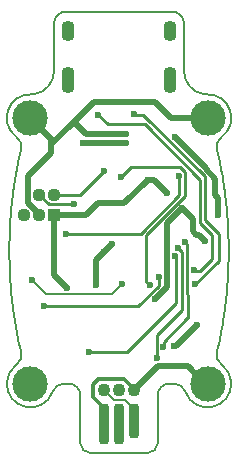
<source format=gbl>
G04*
G04 #@! TF.GenerationSoftware,Altium Limited,Altium Designer,21.5.1 (32)*
G04*
G04 Layer_Physical_Order=2*
G04 Layer_Color=16711680*
%FSAX25Y25*%
%MOIN*%
G70*
G04*
G04 #@! TF.SameCoordinates,4E6474E7-3770-4CE9-8705-8CFC98EF6C10*
G04*
G04*
G04 #@! TF.FilePolarity,Positive*
G04*
G01*
G75*
%ADD10C,0.01968*%
%ADD12C,0.00787*%
%ADD60C,0.04370*%
%ADD63C,0.00984*%
G04:AMPARAMS|DCode=68|XSize=43.31mil|YSize=86.61mil|CornerRadius=19.49mil|HoleSize=0mil|Usage=FLASHONLY|Rotation=180.000|XOffset=0mil|YOffset=0mil|HoleType=Round|Shape=RoundedRectangle|*
%AMROUNDEDRECTD68*
21,1,0.04331,0.04764,0,0,180.0*
21,1,0.00433,0.08661,0,0,180.0*
1,1,0.03898,-0.00217,0.02382*
1,1,0.03898,0.00217,0.02382*
1,1,0.03898,0.00217,-0.02382*
1,1,0.03898,-0.00217,-0.02382*
%
%ADD68ROUNDEDRECTD68*%
G04:AMPARAMS|DCode=69|XSize=43.31mil|YSize=66.93mil|CornerRadius=19.49mil|HoleSize=0mil|Usage=FLASHONLY|Rotation=180.000|XOffset=0mil|YOffset=0mil|HoleType=Round|Shape=RoundedRectangle|*
%AMROUNDEDRECTD69*
21,1,0.04331,0.02795,0,0,180.0*
21,1,0.00433,0.06693,0,0,180.0*
1,1,0.03898,-0.00217,0.01398*
1,1,0.03898,0.00217,0.01398*
1,1,0.03898,0.00217,-0.01398*
1,1,0.03898,-0.00217,-0.01398*
%
%ADD69ROUNDEDRECTD69*%
%ADD70C,0.11811*%
%ADD71R,0.04370X0.04370*%
%ADD72C,0.02362*%
G04:AMPARAMS|DCode=73|XSize=35.43mil|YSize=135.83mil|CornerRadius=13.82mil|HoleSize=0mil|Usage=FLASHONLY|Rotation=180.000|XOffset=0mil|YOffset=0mil|HoleType=Round|Shape=RoundedRectangle|*
%AMROUNDEDRECTD73*
21,1,0.03543,0.10819,0,0,180.0*
21,1,0.00780,0.13583,0,0,180.0*
1,1,0.02764,-0.00390,0.05409*
1,1,0.02764,0.00390,0.05409*
1,1,0.02764,0.00390,-0.05409*
1,1,0.02764,-0.00390,-0.05409*
%
%ADD73ROUNDEDRECTD73*%
G04:AMPARAMS|DCode=74|XSize=35.43mil|YSize=116.14mil|CornerRadius=13.82mil|HoleSize=0mil|Usage=FLASHONLY|Rotation=180.000|XOffset=0mil|YOffset=0mil|HoleType=Round|Shape=RoundedRectangle|*
%AMROUNDEDRECTD74*
21,1,0.03543,0.08850,0,0,180.0*
21,1,0.00780,0.11614,0,0,180.0*
1,1,0.02764,-0.00390,0.04425*
1,1,0.02764,0.00390,0.04425*
1,1,0.02764,0.00390,-0.04425*
1,1,0.02764,-0.00390,-0.04425*
%
%ADD74ROUNDEDRECTD74*%
%ADD75C,0.01339*%
%ADD76C,0.04331*%
D10*
X0028917Y0027231D02*
Y0027619D01*
X0018504Y0038032D02*
X0028917Y0027619D01*
X0011627Y0023720D02*
X0016080Y0019268D01*
X0009656Y0023720D02*
X0011627D01*
X0024606Y0006438D02*
Y0010580D01*
X0026633Y0005285D02*
X0028609Y0003309D01*
X0025759Y0005285D02*
X0026633D01*
X0028609Y0003309D02*
X0028715D01*
X0024606Y0006438D02*
X0025759Y0005285D01*
X0020972Y0014215D02*
X0024606Y0010580D01*
X0015875Y0009117D02*
X0020972Y0014215D01*
X0012071Y-0016043D02*
X0015875Y-0012240D01*
Y0009117D01*
X0018323Y-0031905D02*
X0018398Y-0031830D01*
X0018859D02*
X0026007Y-0024682D01*
X0018398Y-0031830D02*
X0018859D01*
X-0011957Y0035913D02*
X0002117D01*
X-0014823Y0042669D02*
X-0011009Y0038855D01*
X0002295D01*
X-0015501Y0042669D02*
X-0014823D01*
X0028917Y0027231D02*
X0032087Y0024060D01*
Y0018612D02*
Y0024060D01*
Y0018612D02*
X0033135Y0017563D01*
Y0012008D02*
Y0017563D01*
X-0007776Y-0003047D02*
X-0002442Y0002287D01*
X-0007776Y-0011575D02*
Y-0003047D01*
X-0015501Y0042669D02*
X-0008465Y0049705D01*
X-0022537Y0035632D02*
X-0015501Y0042669D01*
X-0022537Y0032675D02*
Y0035632D01*
X-0008465Y0049705D02*
X0011907D01*
X-0007169Y0015847D02*
X0001783D01*
X-0011009Y0012008D02*
X-0007169Y0015847D01*
X0001783D02*
X0009656Y0023720D01*
X-0021555Y0012008D02*
X-0011009D01*
X-0021555Y-0008068D02*
X-0017293Y-0012330D01*
X-0021555Y-0008068D02*
Y0012008D01*
X-0022537Y0035632D02*
Y0037301D01*
X-0029528Y0044291D02*
X-0022537Y0037301D01*
X-0030217Y0024996D02*
X-0022537Y0032675D01*
X0017320Y0044291D02*
X0029528D01*
X0011907Y0049705D02*
X0017320Y0044291D01*
X-0030217Y0015847D02*
Y0024996D01*
X-0026555Y0012008D02*
Y0012186D01*
X-0030217Y0015847D02*
X-0026555Y0012186D01*
X0005000Y-0046457D02*
X0013071Y-0038386D01*
X0028811Y-0044291D02*
X0029528D01*
X0022906Y-0038386D02*
X0028811Y-0044291D01*
X0013071Y-0038386D02*
X0022906D01*
D12*
X-0002442Y-0014469D02*
X0000984Y-0011043D01*
X-0024213Y-0014469D02*
X-0002442D01*
X-0028937Y-0009744D02*
X-0024213Y-0014469D01*
X0004431Y-0047638D02*
X0005000D01*
X-0004431Y-0047047D02*
X-0001676Y-0049803D01*
X0002124D02*
X0005146Y-0052824D01*
X-0001676Y-0049803D02*
X0002124D01*
X0004200Y-0052769D02*
Y-0052469D01*
X-0017715Y0079726D02*
G03*
X-0021654Y0075787I0000000J-0003938D01*
G01*
X-0034152Y-0037918D02*
G03*
X-0037374Y-0043632I0004625J-0006373D01*
G01*
X0016811Y-0044291D02*
G03*
X0012874Y-0048228I0000000J-0003937D01*
G01*
X0021654Y0075787D02*
G03*
X0017715Y0079726I-0003938J0000000D01*
G01*
X0034152Y0037918D02*
G03*
X0032640Y0033797I0002312J-0003187D01*
G01*
X-0034152Y-0037918D02*
G03*
X-0032640Y-0033797I-0002312J0003187D01*
G01*
X0009729Y-0067323D02*
G03*
X0012874Y-0064177I0000000J0003145D01*
G01*
X0032640Y-0033797D02*
G03*
X0034152Y-0037918I0003824J-0000935D01*
G01*
X-0012874Y-0064177D02*
G03*
X-0009729Y-0067323I0003145J0000000D01*
G01*
X-0032640Y0033797D02*
G03*
X-0034152Y0037918I-0003824J0000935D01*
G01*
X0037367Y-0043558D02*
G03*
X0034152Y-0037918I-0007840J-0000734D01*
G01*
X-0029035Y0052150D02*
G03*
X-0034152Y0037918I-0000493J-0007859D01*
G01*
X-0012874Y-0048228D02*
G03*
X-0016811Y-0044291I-0003937J0000000D01*
G01*
X0021654Y0059953D02*
G03*
X0028362Y0052165I0007874J0000000D01*
G01*
X-0029035Y0052150D02*
G03*
X-0028362Y0052165I0000246J0003929D01*
G01*
X0022104Y-0046916D02*
G03*
X0037367Y-0043560I0007423J0002625D01*
G01*
X-0018392Y-0044291D02*
G03*
X-0022104Y-0046916I0000000J-0003937D01*
G01*
X0028362Y0052165D02*
G03*
X0029035Y0052150I0000426J0003914D01*
G01*
X0022104Y-0046916D02*
G03*
X0018392Y-0044291I-0003712J-0001312D01*
G01*
X-0037374Y-0043633D02*
G03*
X-0022104Y-0046916I0007846J-0000658D01*
G01*
X0034152Y0037918D02*
G03*
X0029035Y0052150I-0004625J0006373D01*
G01*
X-0028362Y0052165D02*
G03*
X-0021654Y0059953I-0001165J0007787D01*
G01*
Y0075787D01*
X0033507Y0029989D02*
X0033641Y0029344D01*
X-0033507Y0029989D02*
X-0033370Y0030630D01*
X0034269Y0026086D02*
X0034386Y0025428D01*
X-0034269Y0026086D02*
X-0034150Y0026743D01*
X0034924Y0022102D02*
X0035023Y0021431D01*
X0035118Y0020759D01*
X-0034924Y0022102D02*
X-0034823Y0022772D01*
X-0035840Y0014628D02*
X-0035773Y0015315D01*
X0036227Y0009787D02*
X0036270Y0009091D01*
X-0036182Y0010482D02*
X-0036133Y0011175D01*
X0036437Y0005603D02*
X0036461Y0004904D01*
X-0036410Y0006302D02*
X-0036380Y0007000D01*
X0036532Y0001402D02*
X0036537Y0000701D01*
X-0036524Y0002103D02*
X-0036513Y0002804D01*
X0036499Y-0003504D02*
X0036513Y-0002804D01*
X0036132Y-0011175D02*
X0036182Y-0010482D01*
X-0036228Y-0009787D02*
X-0036182Y-0010482D01*
X0035772Y-0015315D02*
X0035840Y-0014628D01*
X-0035905Y-0013940D02*
X-0035840Y-0014628D01*
X0035300Y-0019407D02*
X0035387Y-0018729D01*
X-0035470Y-0018049D02*
X-0035387Y-0018729D01*
X0034610Y-0024104D02*
X0034718Y-0023439D01*
X0033229Y-0031269D02*
X0033370Y-0030630D01*
X-0033641Y-0029344D02*
X-0033507Y-0029989D01*
X-0032792Y-0033169D02*
X-0032640Y-0033797D01*
X0016811Y-0044291D02*
X0018392D01*
X0032792Y0033169D02*
X0032940Y0032539D01*
X0033641Y0029344D02*
X0033773Y0028698D01*
X-0033370Y0030630D02*
X-0033230Y0031269D01*
X0034386Y0025428D02*
X0034500Y0024767D01*
X-0034150Y0026743D02*
X-0034027Y0027397D01*
X-0034823Y0022772D02*
X-0034718Y0023439D01*
X0035550Y0017368D02*
X0035627Y0016685D01*
X-0035387Y0018729D02*
X-0035301Y0019407D01*
X0035967Y0013250D02*
X0036025Y0012560D01*
X0036270Y0009091D02*
X0036310Y0008395D01*
X-0036380Y0007000D02*
X-0036346Y0007698D01*
X0036461Y0004904D02*
X0036481Y0004204D01*
X-0036513Y0002804D02*
X-0036499Y0003504D01*
X-0036537Y-0000701D02*
X-0036532Y-0001402D01*
X0036346Y-0007698D02*
X0036380Y-0007000D01*
X-0036461Y-0004904D02*
X-0036437Y-0005603D01*
X0036080Y-0011868D02*
X0036132Y-0011175D01*
X0035701Y-0016001D02*
X0035772Y-0015315D01*
X-0035967Y-0013250D02*
X-0035905Y-0013940D01*
X0035211Y-0020084D02*
X0035300Y-0019407D01*
X-0035550Y-0017368D02*
X-0035470Y-0018049D01*
X-0035023Y-0021431D02*
X-0034924Y-0022102D01*
X0033901Y-0028048D02*
X0034027Y-0027397D01*
X-0034386Y-0025428D02*
X-0034269Y-0026086D01*
X0033086Y-0031905D02*
X0033229Y-0031269D01*
X-0032941Y-0032539D02*
X-0032792Y-0033169D01*
X0012874Y-0064177D02*
Y-0048228D01*
X-0017715Y0079724D02*
X0017715D01*
X0032940Y0032539D02*
X0033086Y0031905D01*
X0033773Y0028698D02*
X0033901Y0028048D01*
X-0034718Y0023439D02*
X-0034610Y0024104D01*
X0035118Y0020759D02*
X0035211Y0020084D01*
X-0035301Y0019407D02*
X-0035211Y0020084D01*
X0035627Y0016685D02*
X0035701Y0016001D01*
X-0035773Y0015315D02*
X-0035702Y0016001D01*
X0036025Y0012560D02*
X0036080Y0011868D01*
X-0036133Y0011175D02*
X-0036081Y0011868D01*
X0036310Y0008395D02*
X0036346Y0007698D01*
X-0036499Y0003504D02*
X-0036481Y0004204D01*
X0036537Y0000701D02*
X0036538Y0000000D01*
X-0036538D02*
X-0036537Y-0000701D01*
X0036481Y-0004204D02*
X0036499Y-0003504D01*
X-0036481Y-0004204D02*
X-0036461Y-0004904D01*
X0036310Y-0008395D02*
X0036346Y-0007698D01*
X-0036270Y-0009091D02*
X-0036228Y-0009787D01*
X0036025Y-0012560D02*
X0036080Y-0011868D01*
X-0035628Y-0016685D02*
X-0035550Y-0017368D01*
X-0035119Y-0020759D02*
X-0035023Y-0021431D01*
X0034500Y-0024767D02*
X0034610Y-0024104D01*
X-0034500Y-0024767D02*
X-0034386Y-0025428D01*
X0033773Y-0028698D02*
X0033901Y-0028048D01*
X-0033773Y-0028698D02*
X-0033641Y-0029344D01*
X0032940Y-0032539D02*
X0033086Y-0031905D01*
X0021654Y0059953D02*
Y0075787D01*
X-0033230Y0031269D02*
X-0033086Y0031905D01*
X-0034027Y0027397D02*
X-0033902Y0028048D01*
X0034500Y0024767D02*
X0034610Y0024104D01*
X0035211Y0020084D02*
X0035300Y0019407D01*
X-0035211Y0020084D02*
X-0035119Y0020759D01*
X0035701Y0016001D02*
X0035772Y0015315D01*
X-0035702Y0016001D02*
X-0035628Y0016685D01*
X-0036081Y0011868D02*
X-0036025Y0012560D01*
X-0036346Y0007698D02*
X-0036310Y0008395D01*
X0036481Y0004204D02*
X0036499Y0003504D01*
X0036537Y-0000701D02*
X0036538Y0000000D01*
X0036461Y-0004904D02*
X0036481Y-0004204D01*
X-0036499Y-0003504D02*
X-0036481Y-0004204D01*
X0036270Y-0009091D02*
X0036310Y-0008395D01*
X-0036310D02*
X-0036270Y-0009091D01*
X-0036025Y-0012560D02*
X-0035967Y-0013250D01*
X0035627Y-0016685D02*
X0035701Y-0016001D01*
X0035118Y-0020759D02*
X0035211Y-0020084D01*
X0034386Y-0025428D02*
X0034500Y-0024767D01*
X-0034610Y-0024104D02*
X-0034500Y-0024767D01*
X0033641Y-0029344D02*
X0033773Y-0028698D01*
X-0033902Y-0028048D02*
X-0033773Y-0028698D01*
X-0033086Y-0031905D02*
X-0032941Y-0032539D01*
X-0009729Y-0067323D02*
X0009729D01*
X0033086Y0031905D02*
X0033229Y0031269D01*
X-0033086Y0031905D02*
X-0032941Y0032539D01*
X0033901Y0028048D02*
X0034027Y0027397D01*
X-0033902Y0028048D02*
X-0033773Y0028698D01*
X0034610Y0024104D02*
X0034718Y0023439D01*
X-0034610Y0024104D02*
X-0034500Y0024767D01*
X0035300Y0019407D02*
X0035387Y0018729D01*
X0036080Y0011868D02*
X0036132Y0011175D01*
X-0036025Y0012560D02*
X-0035967Y0013250D01*
X0036346Y0007698D02*
X0036380Y0007000D01*
X-0036310Y0008395D02*
X-0036270Y0009091D01*
X0036499Y0003504D02*
X0036513Y0002804D01*
X-0036481Y0004204D02*
X-0036461Y0004904D01*
X0036532Y-0001402D02*
X0036537Y-0000701D01*
X-0036538Y0000000D02*
X-0036537Y0000701D01*
X-0036346Y-0007698D02*
X-0036310Y-0008395D01*
X0035967Y-0013250D02*
X0036025Y-0012560D01*
X-0036081Y-0011868D02*
X-0036025Y-0012560D01*
X0035550Y-0017368D02*
X0035627Y-0016685D01*
X-0035702Y-0016001D02*
X-0035628Y-0016685D01*
X0035023Y-0021431D02*
X0035118Y-0020759D01*
X-0035211Y-0020084D02*
X-0035119Y-0020759D01*
X-0034027Y-0027397D02*
X-0033902Y-0028048D01*
X0032792Y-0033169D02*
X0032940Y-0032539D01*
X-0033230Y-0031269D02*
X-0033086Y-0031905D01*
X-0012874Y-0064177D02*
Y-0048228D01*
X0033229Y0031269D02*
X0033370Y0030630D01*
X0034027Y0027397D02*
X0034150Y0026743D01*
X-0033773Y0028698D02*
X-0033641Y0029344D01*
X0034718Y0023439D02*
X0034823Y0022772D01*
X-0034500Y0024767D02*
X-0034386Y0025428D01*
X-0035119Y0020759D02*
X-0035023Y0021431D01*
X0035772Y0015315D02*
X0035840Y0014628D01*
X-0035628Y0016685D02*
X-0035550Y0017368D01*
X0036132Y0011175D02*
X0036182Y0010482D01*
X-0036270Y0009091D02*
X-0036228Y0009787D01*
X0036380Y0007000D02*
X0036410Y0006302D01*
X-0036461Y0004904D02*
X-0036437Y0005603D01*
X0036513Y0002804D02*
X0036524Y0002103D01*
X-0036537Y0000701D02*
X-0036532Y0001402D01*
X0036437Y-0005603D02*
X0036461Y-0004904D01*
X-0036513Y-0002804D02*
X-0036499Y-0003504D01*
X0036227Y-0009787D02*
X0036270Y-0009091D01*
X0035905Y-0013940D02*
X0035967Y-0013250D01*
X-0036133Y-0011175D02*
X-0036081Y-0011868D01*
X0035470Y-0018049D02*
X0035550Y-0017368D01*
X-0035773Y-0015315D02*
X-0035702Y-0016001D01*
X-0035301Y-0019407D02*
X-0035211Y-0020084D01*
X0034269Y-0026086D02*
X0034386Y-0025428D01*
X-0034718Y-0023439D02*
X-0034610Y-0024104D01*
X0033507Y-0029989D02*
X0033641Y-0029344D01*
X0032640Y-0033797D02*
X0032792Y-0033169D01*
X-0018392Y-0044291D02*
X-0016811D01*
X-0032941Y0032539D02*
X-0032792Y0033169D01*
X0033370Y0030630D02*
X0033507Y0029989D01*
X-0034386Y0025428D02*
X-0034269Y0026086D01*
X-0035023Y0021431D02*
X-0034924Y0022102D01*
X0035387Y0018729D02*
X0035470Y0018049D01*
X-0035550Y0017368D02*
X-0035470Y0018049D01*
X0035840Y0014628D02*
X0035905Y0013940D01*
X-0035967Y0013250D02*
X-0035905Y0013940D01*
X0036182Y0010482D02*
X0036227Y0009787D01*
X-0036532Y0001402D02*
X-0036524Y0002103D01*
X0036524Y-0002103D02*
X0036532Y-0001402D01*
X-0036524Y-0002103D02*
X-0036513Y-0002804D01*
X0036410Y-0006302D02*
X0036437Y-0005603D01*
X-0036410Y-0006302D02*
X-0036380Y-0007000D01*
X-0036346Y-0007698D01*
X0036182Y-0010482D02*
X0036227Y-0009787D01*
X0035840Y-0014628D02*
X0035905Y-0013940D01*
X-0035387Y-0018729D02*
X-0035301Y-0019407D01*
X0034924Y-0022102D02*
X0035023Y-0021431D01*
X-0034823Y-0022772D02*
X-0034718Y-0023439D01*
X0034150Y-0026743D02*
X0034269Y-0026086D01*
X-0034150Y-0026743D02*
X-0034027Y-0027397D01*
X0033370Y-0030630D02*
X0033507Y-0029989D01*
X-0033370Y-0030630D02*
X-0033230Y-0031269D01*
X0037367Y-0043560D02*
Y-0043558D01*
X0032640Y0033797D02*
X0032792Y0033169D01*
X-0032792D02*
X-0032640Y0033797D01*
X-0033641Y0029344D02*
X-0033507Y0029989D01*
X0034150Y0026743D02*
X0034269Y0026086D01*
X0034823Y0022772D02*
X0034924Y0022102D01*
X0035470Y0018049D02*
X0035550Y0017368D01*
X-0035470Y0018049D02*
X-0035387Y0018729D01*
X0035905Y0013940D02*
X0035967Y0013250D01*
X-0035905Y0013940D02*
X-0035840Y0014628D01*
X-0036228Y0009787D02*
X-0036182Y0010482D01*
X0036410Y0006302D02*
X0036437Y0005603D01*
X-0036437D02*
X-0036410Y0006302D01*
X0036524Y0002103D02*
X0036532Y0001402D01*
X0036513Y-0002804D02*
X0036524Y-0002103D01*
X-0036532Y-0001402D02*
X-0036524Y-0002103D01*
X0036380Y-0007000D02*
X0036410Y-0006302D01*
X-0036437Y-0005603D02*
X-0036410Y-0006302D01*
X-0036182Y-0010482D02*
X-0036133Y-0011175D01*
X-0035840Y-0014628D02*
X-0035773Y-0015315D01*
X0035387Y-0018729D02*
X0035470Y-0018049D01*
X0034823Y-0022772D02*
X0034924Y-0022102D01*
X0034718Y-0023439D02*
X0034823Y-0022772D01*
X-0034924Y-0022102D02*
X-0034823Y-0022772D01*
X0034027Y-0027397D02*
X0034150Y-0026743D01*
X-0034269Y-0026086D02*
X-0034150Y-0026743D01*
X-0033507Y-0029989D02*
X-0033370Y-0030630D01*
X-0037374Y-0043633D02*
Y-0043632D01*
D60*
X-0026555Y0018608D02*
D03*
Y0012008D02*
D03*
X-0031555D02*
D03*
X-0021555Y0018608D02*
D03*
D63*
X0005227Y0045388D02*
X0007975D01*
X0005020Y0045595D02*
X0005227Y0045388D01*
X0022818Y-0007393D02*
X0023041Y-0021827D01*
X0014868Y-0030423D02*
X0022753Y-0022538D01*
X0023041Y-0022250D01*
Y-0021827D01*
X0014868Y-0031961D02*
Y-0030423D01*
X0014743Y-0032087D02*
X0014868Y-0031961D01*
X0018815Y-0001861D02*
X0019056Y-0002102D01*
Y-0017386D02*
Y-0002102D01*
X0012577Y-0028171D02*
X0020981Y-0019767D01*
Y-0000276D01*
X0019800Y0000905D02*
X0020981Y-0000276D01*
X0019800Y0000905D02*
Y0000990D01*
X0026960Y-0006682D02*
X0030881Y-0002761D01*
X0022298Y0002669D02*
X0022681Y0002287D01*
X0025170Y-0006682D02*
X0026960D01*
X0027004Y0009149D02*
X0030881Y0005273D01*
X0022818Y-0007393D02*
X0022818Y-0003365D01*
X0022814Y0000063D02*
X0022818Y-0000293D01*
X0026943Y0009211D02*
Y0023724D01*
X0027004Y0009149D02*
Y0009149D01*
X0026943Y0009211D02*
X0027004Y0009149D01*
X0022818Y-0003365D02*
Y-0000293D01*
X0022681Y0002287D02*
X0022814Y0000063D01*
X0024983Y-0006496D02*
X0025170Y-0006682D01*
X0012577Y-0035739D02*
Y-0028171D01*
Y-0035739D02*
X0012607Y-0035769D01*
X-0003741Y-0033760D02*
X0002682D01*
X-0009858Y-0033742D02*
X-0003759D01*
X-0003741Y-0033760D01*
X-0021555Y0018608D02*
X-0013047D01*
X-0005158Y0026497D01*
X-0017618Y0005709D02*
X0007181D01*
X0025492Y-0011154D02*
X0033281Y-0003365D01*
Y0005529D01*
X0033373Y0005621D01*
X0030881Y-0002761D02*
Y0005273D01*
X0008541Y0042126D02*
X0026943Y0023724D01*
X0028811Y0010183D02*
Y0024552D01*
X0028523Y0024840D02*
X0028811Y0024552D01*
X0007975Y0045388D02*
X0028523Y0024840D01*
X0028811Y0010183D02*
X0033373Y0005621D01*
X0020312Y0027953D02*
X0022072Y0026193D01*
Y0018377D02*
Y0026193D01*
X-0003741Y0042126D02*
X0008541D01*
X0008945Y0005250D02*
X0022072Y0018377D01*
X0004054Y0027953D02*
X0020312D01*
X-0023386Y0015439D02*
X-0015374D01*
X-0015170Y0015643D01*
X-0026555Y0018608D02*
X-0023386Y0015439D01*
X0002682Y-0033760D02*
X0019056Y-0017386D01*
X0021949Y0002868D02*
X0022298Y0002669D01*
X0006456Y-0018414D02*
X0013217Y-0011653D01*
X-0024892Y-0018414D02*
X0006456D01*
X0020133Y0018661D02*
Y0024805D01*
X0019906Y0025032D02*
X0020133Y0024805D01*
X0008945Y-0010287D02*
Y0005250D01*
Y-0010287D02*
X0010232Y-0011575D01*
X0013217Y-0011653D02*
Y-0008760D01*
X0000787Y0024686D02*
X0004054Y0027953D01*
X0007181Y0005709D02*
X0020133Y0018661D01*
X-0006890Y0045274D02*
X-0003741Y0042126D01*
X-0006890Y0045274D02*
Y0045341D01*
D68*
X-0017008Y0056949D02*
D03*
X0017008D02*
D03*
D69*
X-0017008Y0073405D02*
D03*
X0017008D02*
D03*
D70*
X0029528Y0044291D02*
D03*
Y-0044291D02*
D03*
X-0029528D02*
D03*
Y0044291D02*
D03*
D71*
X-0021555Y0012008D02*
D03*
D72*
X0005020Y0045595D02*
D03*
X0018504Y0038032D02*
D03*
X0016155Y0019193D02*
D03*
X0028715Y0003309D02*
D03*
X0018815Y-0001861D02*
D03*
X0024983Y-0006496D02*
D03*
X0012607Y-0035769D02*
D03*
X0018323Y-0031905D02*
D03*
X-0005158Y0026497D02*
D03*
X-0011957Y0035913D02*
D03*
X-0017618Y0005709D02*
D03*
X0033135Y0012008D02*
D03*
X0026083Y-0024606D02*
D03*
X-0005109Y-0000380D02*
D03*
X-0002442Y0002287D02*
D03*
X-0007776Y-0011575D02*
D03*
X0002295Y0038855D02*
D03*
X-0015170Y0015643D02*
D03*
X0012071Y-0016043D02*
D03*
X0019906Y0025032D02*
D03*
X0010232Y-0011575D02*
D03*
X0000787Y0024686D02*
D03*
X0020972Y0014215D02*
D03*
X0019800Y0000990D02*
D03*
X0021949Y0002868D02*
D03*
X0013217Y-0008760D02*
D03*
X0009656Y0023720D02*
D03*
X-0017223Y-0012400D02*
D03*
X0025492Y-0011154D02*
D03*
X0002236Y0035925D02*
D03*
X-0006890Y0045341D02*
D03*
X-0024892Y-0018414D02*
D03*
X0000984Y-0011043D02*
D03*
X0014743Y-0032087D02*
D03*
X-0009858Y-0033742D02*
D03*
X-0028937Y-0009744D02*
D03*
X0000000Y-0057776D02*
D03*
D73*
D03*
X-0005000D02*
D03*
D74*
X0005000Y-0056791D02*
D03*
D75*
X-0008700Y-0048878D02*
X-0005050Y-0052528D01*
X-0008700Y-0048878D02*
Y-0044677D01*
X-0006900Y-0042878D01*
X0001800D02*
X0005000Y-0046079D01*
X-0006900Y-0042878D02*
X0001800D01*
D76*
X-0005000Y-0046457D02*
D03*
X0000000D02*
D03*
X0005000D02*
D03*
M02*

</source>
